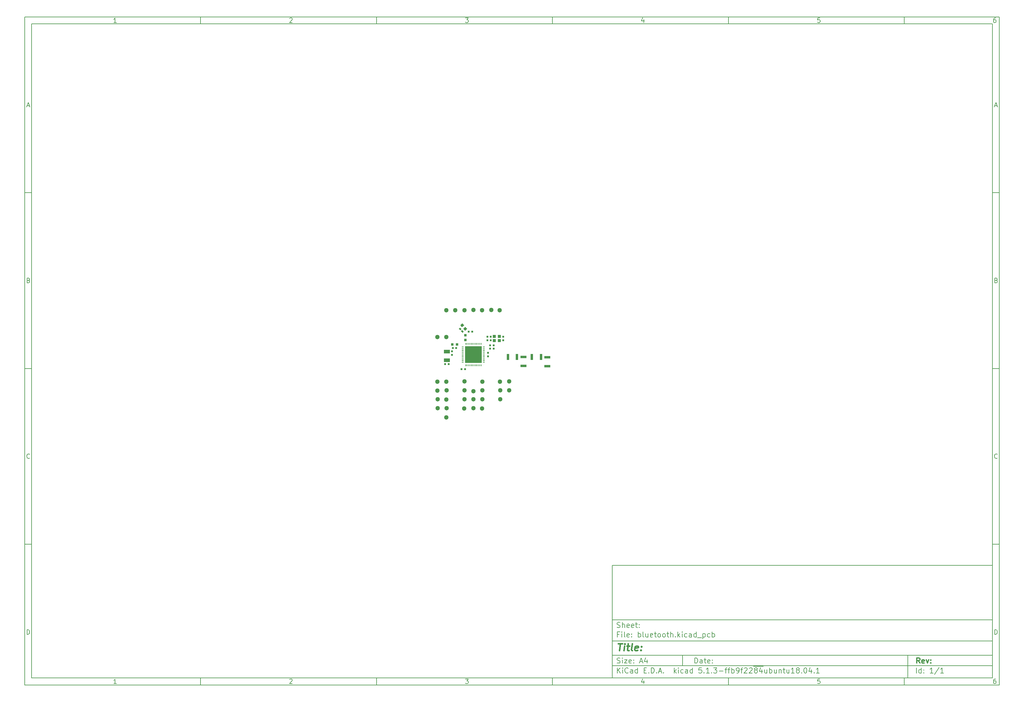
<source format=gbr>
%TF.GenerationSoftware,KiCad,Pcbnew,5.1.3-ffb9f22~84~ubuntu18.04.1*%
%TF.CreationDate,2019-07-25T20:39:45+03:00*%
%TF.ProjectId,bluetooth,626c7565-746f-46f7-9468-2e6b69636164,rev?*%
%TF.SameCoordinates,Original*%
%TF.FileFunction,Soldermask,Top*%
%TF.FilePolarity,Negative*%
%FSLAX45Y45*%
G04 Gerber Fmt 4.5, Leading zero omitted, Abs format (unit mm)*
G04 Created by KiCad (PCBNEW 5.1.3-ffb9f22~84~ubuntu18.04.1) date 2019-07-25 20:39:45*
%MOMM*%
%LPD*%
G04 APERTURE LIST*
%ADD10C,0.100000*%
%ADD11C,0.150000*%
%ADD12C,0.300000*%
%ADD13C,0.400000*%
%ADD14R,0.800000X1.750000*%
%ADD15R,1.750000X0.800000*%
%ADD16C,1.300000*%
%ADD17O,0.650000X0.200000*%
%ADD18O,0.200000X0.650000*%
%ADD19R,4.700000X4.700000*%
%ADD20R,0.600000X0.500000*%
%ADD21C,0.750000*%
%ADD22C,0.500000*%
%ADD23R,0.800000X0.750000*%
%ADD24R,0.500000X0.600000*%
%ADD25R,0.950000X0.850000*%
%ADD26R,0.750000X0.800000*%
%ADD27R,1.800000X1.000000*%
G04 APERTURE END LIST*
D10*
D11*
X17700220Y-16600720D02*
X17700220Y-19800720D01*
X28500220Y-19800720D01*
X28500220Y-16600720D01*
X17700220Y-16600720D01*
D10*
D11*
X1000000Y-1000000D02*
X1000000Y-20000720D01*
X28700220Y-20000720D01*
X28700220Y-1000000D01*
X1000000Y-1000000D01*
D10*
D11*
X1200000Y-1200000D02*
X1200000Y-19800720D01*
X28500220Y-19800720D01*
X28500220Y-1200000D01*
X1200000Y-1200000D01*
D10*
D11*
X6000000Y-1200000D02*
X6000000Y-1000000D01*
D10*
D11*
X11000000Y-1200000D02*
X11000000Y-1000000D01*
D10*
D11*
X16000000Y-1200000D02*
X16000000Y-1000000D01*
D10*
D11*
X21000000Y-1200000D02*
X21000000Y-1000000D01*
D10*
D11*
X26000000Y-1200000D02*
X26000000Y-1000000D01*
D10*
D11*
X3606548Y-1158810D02*
X3532262Y-1158810D01*
X3569405Y-1158810D02*
X3569405Y-1028809D01*
X3557024Y-1047381D01*
X3544643Y-1059762D01*
X3532262Y-1065952D01*
D10*
D11*
X8532262Y-1041190D02*
X8538452Y-1035000D01*
X8550833Y-1028809D01*
X8581786Y-1028809D01*
X8594167Y-1035000D01*
X8600357Y-1041190D01*
X8606548Y-1053571D01*
X8606548Y-1065952D01*
X8600357Y-1084524D01*
X8526071Y-1158810D01*
X8606548Y-1158810D01*
D10*
D11*
X13526071Y-1028809D02*
X13606548Y-1028809D01*
X13563214Y-1078333D01*
X13581786Y-1078333D01*
X13594167Y-1084524D01*
X13600357Y-1090714D01*
X13606548Y-1103095D01*
X13606548Y-1134048D01*
X13600357Y-1146429D01*
X13594167Y-1152619D01*
X13581786Y-1158810D01*
X13544643Y-1158810D01*
X13532262Y-1152619D01*
X13526071Y-1146429D01*
D10*
D11*
X18594167Y-1072143D02*
X18594167Y-1158810D01*
X18563214Y-1022619D02*
X18532262Y-1115476D01*
X18612738Y-1115476D01*
D10*
D11*
X23600357Y-1028809D02*
X23538452Y-1028809D01*
X23532262Y-1090714D01*
X23538452Y-1084524D01*
X23550833Y-1078333D01*
X23581786Y-1078333D01*
X23594167Y-1084524D01*
X23600357Y-1090714D01*
X23606548Y-1103095D01*
X23606548Y-1134048D01*
X23600357Y-1146429D01*
X23594167Y-1152619D01*
X23581786Y-1158810D01*
X23550833Y-1158810D01*
X23538452Y-1152619D01*
X23532262Y-1146429D01*
D10*
D11*
X28594167Y-1028809D02*
X28569405Y-1028809D01*
X28557024Y-1035000D01*
X28550833Y-1041190D01*
X28538452Y-1059762D01*
X28532262Y-1084524D01*
X28532262Y-1134048D01*
X28538452Y-1146429D01*
X28544643Y-1152619D01*
X28557024Y-1158810D01*
X28581786Y-1158810D01*
X28594167Y-1152619D01*
X28600357Y-1146429D01*
X28606548Y-1134048D01*
X28606548Y-1103095D01*
X28600357Y-1090714D01*
X28594167Y-1084524D01*
X28581786Y-1078333D01*
X28557024Y-1078333D01*
X28544643Y-1084524D01*
X28538452Y-1090714D01*
X28532262Y-1103095D01*
D10*
D11*
X6000000Y-19800720D02*
X6000000Y-20000720D01*
D10*
D11*
X11000000Y-19800720D02*
X11000000Y-20000720D01*
D10*
D11*
X16000000Y-19800720D02*
X16000000Y-20000720D01*
D10*
D11*
X21000000Y-19800720D02*
X21000000Y-20000720D01*
D10*
D11*
X26000000Y-19800720D02*
X26000000Y-20000720D01*
D10*
D11*
X3606548Y-19959530D02*
X3532262Y-19959530D01*
X3569405Y-19959530D02*
X3569405Y-19829530D01*
X3557024Y-19848101D01*
X3544643Y-19860482D01*
X3532262Y-19866672D01*
D10*
D11*
X8532262Y-19841910D02*
X8538452Y-19835720D01*
X8550833Y-19829530D01*
X8581786Y-19829530D01*
X8594167Y-19835720D01*
X8600357Y-19841910D01*
X8606548Y-19854291D01*
X8606548Y-19866672D01*
X8600357Y-19885244D01*
X8526071Y-19959530D01*
X8606548Y-19959530D01*
D10*
D11*
X13526071Y-19829530D02*
X13606548Y-19829530D01*
X13563214Y-19879053D01*
X13581786Y-19879053D01*
X13594167Y-19885244D01*
X13600357Y-19891434D01*
X13606548Y-19903815D01*
X13606548Y-19934768D01*
X13600357Y-19947149D01*
X13594167Y-19953339D01*
X13581786Y-19959530D01*
X13544643Y-19959530D01*
X13532262Y-19953339D01*
X13526071Y-19947149D01*
D10*
D11*
X18594167Y-19872863D02*
X18594167Y-19959530D01*
X18563214Y-19823339D02*
X18532262Y-19916196D01*
X18612738Y-19916196D01*
D10*
D11*
X23600357Y-19829530D02*
X23538452Y-19829530D01*
X23532262Y-19891434D01*
X23538452Y-19885244D01*
X23550833Y-19879053D01*
X23581786Y-19879053D01*
X23594167Y-19885244D01*
X23600357Y-19891434D01*
X23606548Y-19903815D01*
X23606548Y-19934768D01*
X23600357Y-19947149D01*
X23594167Y-19953339D01*
X23581786Y-19959530D01*
X23550833Y-19959530D01*
X23538452Y-19953339D01*
X23532262Y-19947149D01*
D10*
D11*
X28594167Y-19829530D02*
X28569405Y-19829530D01*
X28557024Y-19835720D01*
X28550833Y-19841910D01*
X28538452Y-19860482D01*
X28532262Y-19885244D01*
X28532262Y-19934768D01*
X28538452Y-19947149D01*
X28544643Y-19953339D01*
X28557024Y-19959530D01*
X28581786Y-19959530D01*
X28594167Y-19953339D01*
X28600357Y-19947149D01*
X28606548Y-19934768D01*
X28606548Y-19903815D01*
X28600357Y-19891434D01*
X28594167Y-19885244D01*
X28581786Y-19879053D01*
X28557024Y-19879053D01*
X28544643Y-19885244D01*
X28538452Y-19891434D01*
X28532262Y-19903815D01*
D10*
D11*
X1000000Y-6000000D02*
X1200000Y-6000000D01*
D10*
D11*
X1000000Y-11000000D02*
X1200000Y-11000000D01*
D10*
D11*
X1000000Y-16000000D02*
X1200000Y-16000000D01*
D10*
D11*
X1069048Y-3521667D02*
X1130952Y-3521667D01*
X1056667Y-3558809D02*
X1100000Y-3428809D01*
X1143333Y-3558809D01*
D10*
D11*
X1109286Y-8490714D02*
X1127857Y-8496905D01*
X1134048Y-8503095D01*
X1140238Y-8515476D01*
X1140238Y-8534048D01*
X1134048Y-8546429D01*
X1127857Y-8552619D01*
X1115476Y-8558810D01*
X1065952Y-8558810D01*
X1065952Y-8428810D01*
X1109286Y-8428810D01*
X1121667Y-8435000D01*
X1127857Y-8441190D01*
X1134048Y-8453571D01*
X1134048Y-8465952D01*
X1127857Y-8478333D01*
X1121667Y-8484524D01*
X1109286Y-8490714D01*
X1065952Y-8490714D01*
D10*
D11*
X1140238Y-13546428D02*
X1134048Y-13552619D01*
X1115476Y-13558809D01*
X1103095Y-13558809D01*
X1084524Y-13552619D01*
X1072143Y-13540238D01*
X1065952Y-13527857D01*
X1059762Y-13503095D01*
X1059762Y-13484524D01*
X1065952Y-13459762D01*
X1072143Y-13447381D01*
X1084524Y-13435000D01*
X1103095Y-13428809D01*
X1115476Y-13428809D01*
X1134048Y-13435000D01*
X1140238Y-13441190D01*
D10*
D11*
X1065952Y-18558810D02*
X1065952Y-18428810D01*
X1096905Y-18428810D01*
X1115476Y-18435000D01*
X1127857Y-18447381D01*
X1134048Y-18459762D01*
X1140238Y-18484524D01*
X1140238Y-18503095D01*
X1134048Y-18527857D01*
X1127857Y-18540238D01*
X1115476Y-18552619D01*
X1096905Y-18558810D01*
X1065952Y-18558810D01*
D10*
D11*
X28700220Y-6000000D02*
X28500220Y-6000000D01*
D10*
D11*
X28700220Y-11000000D02*
X28500220Y-11000000D01*
D10*
D11*
X28700220Y-16000000D02*
X28500220Y-16000000D01*
D10*
D11*
X28569268Y-3521667D02*
X28631172Y-3521667D01*
X28556887Y-3558809D02*
X28600220Y-3428809D01*
X28643553Y-3558809D01*
D10*
D11*
X28609506Y-8490714D02*
X28628077Y-8496905D01*
X28634268Y-8503095D01*
X28640458Y-8515476D01*
X28640458Y-8534048D01*
X28634268Y-8546429D01*
X28628077Y-8552619D01*
X28615696Y-8558810D01*
X28566172Y-8558810D01*
X28566172Y-8428810D01*
X28609506Y-8428810D01*
X28621887Y-8435000D01*
X28628077Y-8441190D01*
X28634268Y-8453571D01*
X28634268Y-8465952D01*
X28628077Y-8478333D01*
X28621887Y-8484524D01*
X28609506Y-8490714D01*
X28566172Y-8490714D01*
D10*
D11*
X28640458Y-13546428D02*
X28634268Y-13552619D01*
X28615696Y-13558809D01*
X28603315Y-13558809D01*
X28584744Y-13552619D01*
X28572363Y-13540238D01*
X28566172Y-13527857D01*
X28559982Y-13503095D01*
X28559982Y-13484524D01*
X28566172Y-13459762D01*
X28572363Y-13447381D01*
X28584744Y-13435000D01*
X28603315Y-13428809D01*
X28615696Y-13428809D01*
X28634268Y-13435000D01*
X28640458Y-13441190D01*
D10*
D11*
X28566172Y-18558810D02*
X28566172Y-18428810D01*
X28597125Y-18428810D01*
X28615696Y-18435000D01*
X28628077Y-18447381D01*
X28634268Y-18459762D01*
X28640458Y-18484524D01*
X28640458Y-18503095D01*
X28634268Y-18527857D01*
X28628077Y-18540238D01*
X28615696Y-18552619D01*
X28597125Y-18558810D01*
X28566172Y-18558810D01*
D10*
D11*
X20043434Y-19378577D02*
X20043434Y-19228577D01*
X20079149Y-19228577D01*
X20100577Y-19235720D01*
X20114863Y-19250006D01*
X20122006Y-19264291D01*
X20129149Y-19292863D01*
X20129149Y-19314291D01*
X20122006Y-19342863D01*
X20114863Y-19357149D01*
X20100577Y-19371434D01*
X20079149Y-19378577D01*
X20043434Y-19378577D01*
X20257720Y-19378577D02*
X20257720Y-19300006D01*
X20250577Y-19285720D01*
X20236291Y-19278577D01*
X20207720Y-19278577D01*
X20193434Y-19285720D01*
X20257720Y-19371434D02*
X20243434Y-19378577D01*
X20207720Y-19378577D01*
X20193434Y-19371434D01*
X20186291Y-19357149D01*
X20186291Y-19342863D01*
X20193434Y-19328577D01*
X20207720Y-19321434D01*
X20243434Y-19321434D01*
X20257720Y-19314291D01*
X20307720Y-19278577D02*
X20364863Y-19278577D01*
X20329149Y-19228577D02*
X20329149Y-19357149D01*
X20336291Y-19371434D01*
X20350577Y-19378577D01*
X20364863Y-19378577D01*
X20472006Y-19371434D02*
X20457720Y-19378577D01*
X20429149Y-19378577D01*
X20414863Y-19371434D01*
X20407720Y-19357149D01*
X20407720Y-19300006D01*
X20414863Y-19285720D01*
X20429149Y-19278577D01*
X20457720Y-19278577D01*
X20472006Y-19285720D01*
X20479149Y-19300006D01*
X20479149Y-19314291D01*
X20407720Y-19328577D01*
X20543434Y-19364291D02*
X20550577Y-19371434D01*
X20543434Y-19378577D01*
X20536291Y-19371434D01*
X20543434Y-19364291D01*
X20543434Y-19378577D01*
X20543434Y-19285720D02*
X20550577Y-19292863D01*
X20543434Y-19300006D01*
X20536291Y-19292863D01*
X20543434Y-19285720D01*
X20543434Y-19300006D01*
D10*
D11*
X17700220Y-19450720D02*
X28500220Y-19450720D01*
D10*
D11*
X17843434Y-19658577D02*
X17843434Y-19508577D01*
X17929149Y-19658577D02*
X17864863Y-19572863D01*
X17929149Y-19508577D02*
X17843434Y-19594291D01*
X17993434Y-19658577D02*
X17993434Y-19558577D01*
X17993434Y-19508577D02*
X17986291Y-19515720D01*
X17993434Y-19522863D01*
X18000577Y-19515720D01*
X17993434Y-19508577D01*
X17993434Y-19522863D01*
X18150577Y-19644291D02*
X18143434Y-19651434D01*
X18122006Y-19658577D01*
X18107720Y-19658577D01*
X18086291Y-19651434D01*
X18072006Y-19637149D01*
X18064863Y-19622863D01*
X18057720Y-19594291D01*
X18057720Y-19572863D01*
X18064863Y-19544291D01*
X18072006Y-19530006D01*
X18086291Y-19515720D01*
X18107720Y-19508577D01*
X18122006Y-19508577D01*
X18143434Y-19515720D01*
X18150577Y-19522863D01*
X18279149Y-19658577D02*
X18279149Y-19580006D01*
X18272006Y-19565720D01*
X18257720Y-19558577D01*
X18229149Y-19558577D01*
X18214863Y-19565720D01*
X18279149Y-19651434D02*
X18264863Y-19658577D01*
X18229149Y-19658577D01*
X18214863Y-19651434D01*
X18207720Y-19637149D01*
X18207720Y-19622863D01*
X18214863Y-19608577D01*
X18229149Y-19601434D01*
X18264863Y-19601434D01*
X18279149Y-19594291D01*
X18414863Y-19658577D02*
X18414863Y-19508577D01*
X18414863Y-19651434D02*
X18400577Y-19658577D01*
X18372006Y-19658577D01*
X18357720Y-19651434D01*
X18350577Y-19644291D01*
X18343434Y-19630006D01*
X18343434Y-19587149D01*
X18350577Y-19572863D01*
X18357720Y-19565720D01*
X18372006Y-19558577D01*
X18400577Y-19558577D01*
X18414863Y-19565720D01*
X18600577Y-19580006D02*
X18650577Y-19580006D01*
X18672006Y-19658577D02*
X18600577Y-19658577D01*
X18600577Y-19508577D01*
X18672006Y-19508577D01*
X18736291Y-19644291D02*
X18743434Y-19651434D01*
X18736291Y-19658577D01*
X18729149Y-19651434D01*
X18736291Y-19644291D01*
X18736291Y-19658577D01*
X18807720Y-19658577D02*
X18807720Y-19508577D01*
X18843434Y-19508577D01*
X18864863Y-19515720D01*
X18879149Y-19530006D01*
X18886291Y-19544291D01*
X18893434Y-19572863D01*
X18893434Y-19594291D01*
X18886291Y-19622863D01*
X18879149Y-19637149D01*
X18864863Y-19651434D01*
X18843434Y-19658577D01*
X18807720Y-19658577D01*
X18957720Y-19644291D02*
X18964863Y-19651434D01*
X18957720Y-19658577D01*
X18950577Y-19651434D01*
X18957720Y-19644291D01*
X18957720Y-19658577D01*
X19022006Y-19615720D02*
X19093434Y-19615720D01*
X19007720Y-19658577D02*
X19057720Y-19508577D01*
X19107720Y-19658577D01*
X19157720Y-19644291D02*
X19164863Y-19651434D01*
X19157720Y-19658577D01*
X19150577Y-19651434D01*
X19157720Y-19644291D01*
X19157720Y-19658577D01*
X19457720Y-19658577D02*
X19457720Y-19508577D01*
X19472006Y-19601434D02*
X19514863Y-19658577D01*
X19514863Y-19558577D02*
X19457720Y-19615720D01*
X19579149Y-19658577D02*
X19579149Y-19558577D01*
X19579149Y-19508577D02*
X19572006Y-19515720D01*
X19579149Y-19522863D01*
X19586291Y-19515720D01*
X19579149Y-19508577D01*
X19579149Y-19522863D01*
X19714863Y-19651434D02*
X19700577Y-19658577D01*
X19672006Y-19658577D01*
X19657720Y-19651434D01*
X19650577Y-19644291D01*
X19643434Y-19630006D01*
X19643434Y-19587149D01*
X19650577Y-19572863D01*
X19657720Y-19565720D01*
X19672006Y-19558577D01*
X19700577Y-19558577D01*
X19714863Y-19565720D01*
X19843434Y-19658577D02*
X19843434Y-19580006D01*
X19836291Y-19565720D01*
X19822006Y-19558577D01*
X19793434Y-19558577D01*
X19779149Y-19565720D01*
X19843434Y-19651434D02*
X19829149Y-19658577D01*
X19793434Y-19658577D01*
X19779149Y-19651434D01*
X19772006Y-19637149D01*
X19772006Y-19622863D01*
X19779149Y-19608577D01*
X19793434Y-19601434D01*
X19829149Y-19601434D01*
X19843434Y-19594291D01*
X19979149Y-19658577D02*
X19979149Y-19508577D01*
X19979149Y-19651434D02*
X19964863Y-19658577D01*
X19936291Y-19658577D01*
X19922006Y-19651434D01*
X19914863Y-19644291D01*
X19907720Y-19630006D01*
X19907720Y-19587149D01*
X19914863Y-19572863D01*
X19922006Y-19565720D01*
X19936291Y-19558577D01*
X19964863Y-19558577D01*
X19979149Y-19565720D01*
X20236291Y-19508577D02*
X20164863Y-19508577D01*
X20157720Y-19580006D01*
X20164863Y-19572863D01*
X20179149Y-19565720D01*
X20214863Y-19565720D01*
X20229149Y-19572863D01*
X20236291Y-19580006D01*
X20243434Y-19594291D01*
X20243434Y-19630006D01*
X20236291Y-19644291D01*
X20229149Y-19651434D01*
X20214863Y-19658577D01*
X20179149Y-19658577D01*
X20164863Y-19651434D01*
X20157720Y-19644291D01*
X20307720Y-19644291D02*
X20314863Y-19651434D01*
X20307720Y-19658577D01*
X20300577Y-19651434D01*
X20307720Y-19644291D01*
X20307720Y-19658577D01*
X20457720Y-19658577D02*
X20372006Y-19658577D01*
X20414863Y-19658577D02*
X20414863Y-19508577D01*
X20400577Y-19530006D01*
X20386291Y-19544291D01*
X20372006Y-19551434D01*
X20522006Y-19644291D02*
X20529149Y-19651434D01*
X20522006Y-19658577D01*
X20514863Y-19651434D01*
X20522006Y-19644291D01*
X20522006Y-19658577D01*
X20579149Y-19508577D02*
X20672006Y-19508577D01*
X20622006Y-19565720D01*
X20643434Y-19565720D01*
X20657720Y-19572863D01*
X20664863Y-19580006D01*
X20672006Y-19594291D01*
X20672006Y-19630006D01*
X20664863Y-19644291D01*
X20657720Y-19651434D01*
X20643434Y-19658577D01*
X20600577Y-19658577D01*
X20586291Y-19651434D01*
X20579149Y-19644291D01*
X20736291Y-19601434D02*
X20850577Y-19601434D01*
X20900577Y-19558577D02*
X20957720Y-19558577D01*
X20922006Y-19658577D02*
X20922006Y-19530006D01*
X20929149Y-19515720D01*
X20943434Y-19508577D01*
X20957720Y-19508577D01*
X20986291Y-19558577D02*
X21043434Y-19558577D01*
X21007720Y-19658577D02*
X21007720Y-19530006D01*
X21014863Y-19515720D01*
X21029149Y-19508577D01*
X21043434Y-19508577D01*
X21093434Y-19658577D02*
X21093434Y-19508577D01*
X21093434Y-19565720D02*
X21107720Y-19558577D01*
X21136291Y-19558577D01*
X21150577Y-19565720D01*
X21157720Y-19572863D01*
X21164863Y-19587149D01*
X21164863Y-19630006D01*
X21157720Y-19644291D01*
X21150577Y-19651434D01*
X21136291Y-19658577D01*
X21107720Y-19658577D01*
X21093434Y-19651434D01*
X21236291Y-19658577D02*
X21264863Y-19658577D01*
X21279149Y-19651434D01*
X21286291Y-19644291D01*
X21300577Y-19622863D01*
X21307720Y-19594291D01*
X21307720Y-19537149D01*
X21300577Y-19522863D01*
X21293434Y-19515720D01*
X21279149Y-19508577D01*
X21250577Y-19508577D01*
X21236291Y-19515720D01*
X21229149Y-19522863D01*
X21222006Y-19537149D01*
X21222006Y-19572863D01*
X21229149Y-19587149D01*
X21236291Y-19594291D01*
X21250577Y-19601434D01*
X21279149Y-19601434D01*
X21293434Y-19594291D01*
X21300577Y-19587149D01*
X21307720Y-19572863D01*
X21350577Y-19558577D02*
X21407720Y-19558577D01*
X21372006Y-19658577D02*
X21372006Y-19530006D01*
X21379149Y-19515720D01*
X21393434Y-19508577D01*
X21407720Y-19508577D01*
X21450577Y-19522863D02*
X21457720Y-19515720D01*
X21472006Y-19508577D01*
X21507720Y-19508577D01*
X21522006Y-19515720D01*
X21529149Y-19522863D01*
X21536291Y-19537149D01*
X21536291Y-19551434D01*
X21529149Y-19572863D01*
X21443434Y-19658577D01*
X21536291Y-19658577D01*
X21593434Y-19522863D02*
X21600577Y-19515720D01*
X21614863Y-19508577D01*
X21650577Y-19508577D01*
X21664863Y-19515720D01*
X21672006Y-19522863D01*
X21679149Y-19537149D01*
X21679149Y-19551434D01*
X21672006Y-19572863D01*
X21586291Y-19658577D01*
X21679149Y-19658577D01*
X21707720Y-19467720D02*
X21850577Y-19467720D01*
X21764863Y-19572863D02*
X21750577Y-19565720D01*
X21743434Y-19558577D01*
X21736291Y-19544291D01*
X21736291Y-19537149D01*
X21743434Y-19522863D01*
X21750577Y-19515720D01*
X21764863Y-19508577D01*
X21793434Y-19508577D01*
X21807720Y-19515720D01*
X21814863Y-19522863D01*
X21822006Y-19537149D01*
X21822006Y-19544291D01*
X21814863Y-19558577D01*
X21807720Y-19565720D01*
X21793434Y-19572863D01*
X21764863Y-19572863D01*
X21750577Y-19580006D01*
X21743434Y-19587149D01*
X21736291Y-19601434D01*
X21736291Y-19630006D01*
X21743434Y-19644291D01*
X21750577Y-19651434D01*
X21764863Y-19658577D01*
X21793434Y-19658577D01*
X21807720Y-19651434D01*
X21814863Y-19644291D01*
X21822006Y-19630006D01*
X21822006Y-19601434D01*
X21814863Y-19587149D01*
X21807720Y-19580006D01*
X21793434Y-19572863D01*
X21850577Y-19467720D02*
X21993434Y-19467720D01*
X21950577Y-19558577D02*
X21950577Y-19658577D01*
X21914863Y-19501434D02*
X21879149Y-19608577D01*
X21972006Y-19608577D01*
X22093434Y-19558577D02*
X22093434Y-19658577D01*
X22029149Y-19558577D02*
X22029149Y-19637149D01*
X22036291Y-19651434D01*
X22050577Y-19658577D01*
X22072006Y-19658577D01*
X22086291Y-19651434D01*
X22093434Y-19644291D01*
X22164863Y-19658577D02*
X22164863Y-19508577D01*
X22164863Y-19565720D02*
X22179149Y-19558577D01*
X22207720Y-19558577D01*
X22222006Y-19565720D01*
X22229149Y-19572863D01*
X22236291Y-19587149D01*
X22236291Y-19630006D01*
X22229149Y-19644291D01*
X22222006Y-19651434D01*
X22207720Y-19658577D01*
X22179149Y-19658577D01*
X22164863Y-19651434D01*
X22364863Y-19558577D02*
X22364863Y-19658577D01*
X22300577Y-19558577D02*
X22300577Y-19637149D01*
X22307720Y-19651434D01*
X22322006Y-19658577D01*
X22343434Y-19658577D01*
X22357720Y-19651434D01*
X22364863Y-19644291D01*
X22436291Y-19558577D02*
X22436291Y-19658577D01*
X22436291Y-19572863D02*
X22443434Y-19565720D01*
X22457720Y-19558577D01*
X22479148Y-19558577D01*
X22493434Y-19565720D01*
X22500577Y-19580006D01*
X22500577Y-19658577D01*
X22550577Y-19558577D02*
X22607720Y-19558577D01*
X22572006Y-19508577D02*
X22572006Y-19637149D01*
X22579148Y-19651434D01*
X22593434Y-19658577D01*
X22607720Y-19658577D01*
X22722006Y-19558577D02*
X22722006Y-19658577D01*
X22657720Y-19558577D02*
X22657720Y-19637149D01*
X22664863Y-19651434D01*
X22679148Y-19658577D01*
X22700577Y-19658577D01*
X22714863Y-19651434D01*
X22722006Y-19644291D01*
X22872006Y-19658577D02*
X22786291Y-19658577D01*
X22829148Y-19658577D02*
X22829148Y-19508577D01*
X22814863Y-19530006D01*
X22800577Y-19544291D01*
X22786291Y-19551434D01*
X22957720Y-19572863D02*
X22943434Y-19565720D01*
X22936291Y-19558577D01*
X22929148Y-19544291D01*
X22929148Y-19537149D01*
X22936291Y-19522863D01*
X22943434Y-19515720D01*
X22957720Y-19508577D01*
X22986291Y-19508577D01*
X23000577Y-19515720D01*
X23007720Y-19522863D01*
X23014863Y-19537149D01*
X23014863Y-19544291D01*
X23007720Y-19558577D01*
X23000577Y-19565720D01*
X22986291Y-19572863D01*
X22957720Y-19572863D01*
X22943434Y-19580006D01*
X22936291Y-19587149D01*
X22929148Y-19601434D01*
X22929148Y-19630006D01*
X22936291Y-19644291D01*
X22943434Y-19651434D01*
X22957720Y-19658577D01*
X22986291Y-19658577D01*
X23000577Y-19651434D01*
X23007720Y-19644291D01*
X23014863Y-19630006D01*
X23014863Y-19601434D01*
X23007720Y-19587149D01*
X23000577Y-19580006D01*
X22986291Y-19572863D01*
X23079148Y-19644291D02*
X23086291Y-19651434D01*
X23079148Y-19658577D01*
X23072006Y-19651434D01*
X23079148Y-19644291D01*
X23079148Y-19658577D01*
X23179148Y-19508577D02*
X23193434Y-19508577D01*
X23207720Y-19515720D01*
X23214863Y-19522863D01*
X23222006Y-19537149D01*
X23229148Y-19565720D01*
X23229148Y-19601434D01*
X23222006Y-19630006D01*
X23214863Y-19644291D01*
X23207720Y-19651434D01*
X23193434Y-19658577D01*
X23179148Y-19658577D01*
X23164863Y-19651434D01*
X23157720Y-19644291D01*
X23150577Y-19630006D01*
X23143434Y-19601434D01*
X23143434Y-19565720D01*
X23150577Y-19537149D01*
X23157720Y-19522863D01*
X23164863Y-19515720D01*
X23179148Y-19508577D01*
X23357720Y-19558577D02*
X23357720Y-19658577D01*
X23322006Y-19501434D02*
X23286291Y-19608577D01*
X23379148Y-19608577D01*
X23436291Y-19644291D02*
X23443434Y-19651434D01*
X23436291Y-19658577D01*
X23429148Y-19651434D01*
X23436291Y-19644291D01*
X23436291Y-19658577D01*
X23586291Y-19658577D02*
X23500577Y-19658577D01*
X23543434Y-19658577D02*
X23543434Y-19508577D01*
X23529148Y-19530006D01*
X23514863Y-19544291D01*
X23500577Y-19551434D01*
D10*
D11*
X17700220Y-19150720D02*
X28500220Y-19150720D01*
D10*
D12*
X26441148Y-19378577D02*
X26391148Y-19307149D01*
X26355434Y-19378577D02*
X26355434Y-19228577D01*
X26412577Y-19228577D01*
X26426863Y-19235720D01*
X26434006Y-19242863D01*
X26441148Y-19257149D01*
X26441148Y-19278577D01*
X26434006Y-19292863D01*
X26426863Y-19300006D01*
X26412577Y-19307149D01*
X26355434Y-19307149D01*
X26562577Y-19371434D02*
X26548291Y-19378577D01*
X26519720Y-19378577D01*
X26505434Y-19371434D01*
X26498291Y-19357149D01*
X26498291Y-19300006D01*
X26505434Y-19285720D01*
X26519720Y-19278577D01*
X26548291Y-19278577D01*
X26562577Y-19285720D01*
X26569720Y-19300006D01*
X26569720Y-19314291D01*
X26498291Y-19328577D01*
X26619720Y-19278577D02*
X26655434Y-19378577D01*
X26691148Y-19278577D01*
X26748291Y-19364291D02*
X26755434Y-19371434D01*
X26748291Y-19378577D01*
X26741148Y-19371434D01*
X26748291Y-19364291D01*
X26748291Y-19378577D01*
X26748291Y-19285720D02*
X26755434Y-19292863D01*
X26748291Y-19300006D01*
X26741148Y-19292863D01*
X26748291Y-19285720D01*
X26748291Y-19300006D01*
D10*
D11*
X17836291Y-19371434D02*
X17857720Y-19378577D01*
X17893434Y-19378577D01*
X17907720Y-19371434D01*
X17914863Y-19364291D01*
X17922006Y-19350006D01*
X17922006Y-19335720D01*
X17914863Y-19321434D01*
X17907720Y-19314291D01*
X17893434Y-19307149D01*
X17864863Y-19300006D01*
X17850577Y-19292863D01*
X17843434Y-19285720D01*
X17836291Y-19271434D01*
X17836291Y-19257149D01*
X17843434Y-19242863D01*
X17850577Y-19235720D01*
X17864863Y-19228577D01*
X17900577Y-19228577D01*
X17922006Y-19235720D01*
X17986291Y-19378577D02*
X17986291Y-19278577D01*
X17986291Y-19228577D02*
X17979149Y-19235720D01*
X17986291Y-19242863D01*
X17993434Y-19235720D01*
X17986291Y-19228577D01*
X17986291Y-19242863D01*
X18043434Y-19278577D02*
X18122006Y-19278577D01*
X18043434Y-19378577D01*
X18122006Y-19378577D01*
X18236291Y-19371434D02*
X18222006Y-19378577D01*
X18193434Y-19378577D01*
X18179149Y-19371434D01*
X18172006Y-19357149D01*
X18172006Y-19300006D01*
X18179149Y-19285720D01*
X18193434Y-19278577D01*
X18222006Y-19278577D01*
X18236291Y-19285720D01*
X18243434Y-19300006D01*
X18243434Y-19314291D01*
X18172006Y-19328577D01*
X18307720Y-19364291D02*
X18314863Y-19371434D01*
X18307720Y-19378577D01*
X18300577Y-19371434D01*
X18307720Y-19364291D01*
X18307720Y-19378577D01*
X18307720Y-19285720D02*
X18314863Y-19292863D01*
X18307720Y-19300006D01*
X18300577Y-19292863D01*
X18307720Y-19285720D01*
X18307720Y-19300006D01*
X18486291Y-19335720D02*
X18557720Y-19335720D01*
X18472006Y-19378577D02*
X18522006Y-19228577D01*
X18572006Y-19378577D01*
X18686291Y-19278577D02*
X18686291Y-19378577D01*
X18650577Y-19221434D02*
X18614863Y-19328577D01*
X18707720Y-19328577D01*
D10*
D11*
X26343434Y-19658577D02*
X26343434Y-19508577D01*
X26479148Y-19658577D02*
X26479148Y-19508577D01*
X26479148Y-19651434D02*
X26464863Y-19658577D01*
X26436291Y-19658577D01*
X26422006Y-19651434D01*
X26414863Y-19644291D01*
X26407720Y-19630006D01*
X26407720Y-19587149D01*
X26414863Y-19572863D01*
X26422006Y-19565720D01*
X26436291Y-19558577D01*
X26464863Y-19558577D01*
X26479148Y-19565720D01*
X26550577Y-19644291D02*
X26557720Y-19651434D01*
X26550577Y-19658577D01*
X26543434Y-19651434D01*
X26550577Y-19644291D01*
X26550577Y-19658577D01*
X26550577Y-19565720D02*
X26557720Y-19572863D01*
X26550577Y-19580006D01*
X26543434Y-19572863D01*
X26550577Y-19565720D01*
X26550577Y-19580006D01*
X26814863Y-19658577D02*
X26729148Y-19658577D01*
X26772006Y-19658577D02*
X26772006Y-19508577D01*
X26757720Y-19530006D01*
X26743434Y-19544291D01*
X26729148Y-19551434D01*
X26986291Y-19501434D02*
X26857720Y-19694291D01*
X27114863Y-19658577D02*
X27029148Y-19658577D01*
X27072006Y-19658577D02*
X27072006Y-19508577D01*
X27057720Y-19530006D01*
X27043434Y-19544291D01*
X27029148Y-19551434D01*
D10*
D11*
X17700220Y-18750720D02*
X28500220Y-18750720D01*
D10*
D13*
X17871458Y-18821196D02*
X17985744Y-18821196D01*
X17903601Y-19021196D02*
X17928601Y-18821196D01*
X18027410Y-19021196D02*
X18044077Y-18887863D01*
X18052410Y-18821196D02*
X18041696Y-18830720D01*
X18050030Y-18840244D01*
X18060744Y-18830720D01*
X18052410Y-18821196D01*
X18050030Y-18840244D01*
X18110744Y-18887863D02*
X18186934Y-18887863D01*
X18147649Y-18821196D02*
X18126220Y-18992625D01*
X18133363Y-19011672D01*
X18151220Y-19021196D01*
X18170268Y-19021196D01*
X18265506Y-19021196D02*
X18247649Y-19011672D01*
X18240506Y-18992625D01*
X18261934Y-18821196D01*
X18419077Y-19011672D02*
X18398839Y-19021196D01*
X18360744Y-19021196D01*
X18342887Y-19011672D01*
X18335744Y-18992625D01*
X18345268Y-18916434D01*
X18357172Y-18897387D01*
X18377410Y-18887863D01*
X18415506Y-18887863D01*
X18433363Y-18897387D01*
X18440506Y-18916434D01*
X18438125Y-18935482D01*
X18340506Y-18954530D01*
X18515506Y-19002149D02*
X18523839Y-19011672D01*
X18513125Y-19021196D01*
X18504791Y-19011672D01*
X18515506Y-19002149D01*
X18513125Y-19021196D01*
X18528601Y-18897387D02*
X18536934Y-18906910D01*
X18526220Y-18916434D01*
X18517887Y-18906910D01*
X18528601Y-18897387D01*
X18526220Y-18916434D01*
D10*
D11*
X17893434Y-18560006D02*
X17843434Y-18560006D01*
X17843434Y-18638577D02*
X17843434Y-18488577D01*
X17914863Y-18488577D01*
X17972006Y-18638577D02*
X17972006Y-18538577D01*
X17972006Y-18488577D02*
X17964863Y-18495720D01*
X17972006Y-18502863D01*
X17979149Y-18495720D01*
X17972006Y-18488577D01*
X17972006Y-18502863D01*
X18064863Y-18638577D02*
X18050577Y-18631434D01*
X18043434Y-18617149D01*
X18043434Y-18488577D01*
X18179149Y-18631434D02*
X18164863Y-18638577D01*
X18136291Y-18638577D01*
X18122006Y-18631434D01*
X18114863Y-18617149D01*
X18114863Y-18560006D01*
X18122006Y-18545720D01*
X18136291Y-18538577D01*
X18164863Y-18538577D01*
X18179149Y-18545720D01*
X18186291Y-18560006D01*
X18186291Y-18574291D01*
X18114863Y-18588577D01*
X18250577Y-18624291D02*
X18257720Y-18631434D01*
X18250577Y-18638577D01*
X18243434Y-18631434D01*
X18250577Y-18624291D01*
X18250577Y-18638577D01*
X18250577Y-18545720D02*
X18257720Y-18552863D01*
X18250577Y-18560006D01*
X18243434Y-18552863D01*
X18250577Y-18545720D01*
X18250577Y-18560006D01*
X18436291Y-18638577D02*
X18436291Y-18488577D01*
X18436291Y-18545720D02*
X18450577Y-18538577D01*
X18479149Y-18538577D01*
X18493434Y-18545720D01*
X18500577Y-18552863D01*
X18507720Y-18567149D01*
X18507720Y-18610006D01*
X18500577Y-18624291D01*
X18493434Y-18631434D01*
X18479149Y-18638577D01*
X18450577Y-18638577D01*
X18436291Y-18631434D01*
X18593434Y-18638577D02*
X18579149Y-18631434D01*
X18572006Y-18617149D01*
X18572006Y-18488577D01*
X18714863Y-18538577D02*
X18714863Y-18638577D01*
X18650577Y-18538577D02*
X18650577Y-18617149D01*
X18657720Y-18631434D01*
X18672006Y-18638577D01*
X18693434Y-18638577D01*
X18707720Y-18631434D01*
X18714863Y-18624291D01*
X18843434Y-18631434D02*
X18829149Y-18638577D01*
X18800577Y-18638577D01*
X18786291Y-18631434D01*
X18779149Y-18617149D01*
X18779149Y-18560006D01*
X18786291Y-18545720D01*
X18800577Y-18538577D01*
X18829149Y-18538577D01*
X18843434Y-18545720D01*
X18850577Y-18560006D01*
X18850577Y-18574291D01*
X18779149Y-18588577D01*
X18893434Y-18538577D02*
X18950577Y-18538577D01*
X18914863Y-18488577D02*
X18914863Y-18617149D01*
X18922006Y-18631434D01*
X18936291Y-18638577D01*
X18950577Y-18638577D01*
X19022006Y-18638577D02*
X19007720Y-18631434D01*
X19000577Y-18624291D01*
X18993434Y-18610006D01*
X18993434Y-18567149D01*
X19000577Y-18552863D01*
X19007720Y-18545720D01*
X19022006Y-18538577D01*
X19043434Y-18538577D01*
X19057720Y-18545720D01*
X19064863Y-18552863D01*
X19072006Y-18567149D01*
X19072006Y-18610006D01*
X19064863Y-18624291D01*
X19057720Y-18631434D01*
X19043434Y-18638577D01*
X19022006Y-18638577D01*
X19157720Y-18638577D02*
X19143434Y-18631434D01*
X19136291Y-18624291D01*
X19129149Y-18610006D01*
X19129149Y-18567149D01*
X19136291Y-18552863D01*
X19143434Y-18545720D01*
X19157720Y-18538577D01*
X19179149Y-18538577D01*
X19193434Y-18545720D01*
X19200577Y-18552863D01*
X19207720Y-18567149D01*
X19207720Y-18610006D01*
X19200577Y-18624291D01*
X19193434Y-18631434D01*
X19179149Y-18638577D01*
X19157720Y-18638577D01*
X19250577Y-18538577D02*
X19307720Y-18538577D01*
X19272006Y-18488577D02*
X19272006Y-18617149D01*
X19279149Y-18631434D01*
X19293434Y-18638577D01*
X19307720Y-18638577D01*
X19357720Y-18638577D02*
X19357720Y-18488577D01*
X19422006Y-18638577D02*
X19422006Y-18560006D01*
X19414863Y-18545720D01*
X19400577Y-18538577D01*
X19379149Y-18538577D01*
X19364863Y-18545720D01*
X19357720Y-18552863D01*
X19493434Y-18624291D02*
X19500577Y-18631434D01*
X19493434Y-18638577D01*
X19486291Y-18631434D01*
X19493434Y-18624291D01*
X19493434Y-18638577D01*
X19564863Y-18638577D02*
X19564863Y-18488577D01*
X19579149Y-18581434D02*
X19622006Y-18638577D01*
X19622006Y-18538577D02*
X19564863Y-18595720D01*
X19686291Y-18638577D02*
X19686291Y-18538577D01*
X19686291Y-18488577D02*
X19679149Y-18495720D01*
X19686291Y-18502863D01*
X19693434Y-18495720D01*
X19686291Y-18488577D01*
X19686291Y-18502863D01*
X19822006Y-18631434D02*
X19807720Y-18638577D01*
X19779149Y-18638577D01*
X19764863Y-18631434D01*
X19757720Y-18624291D01*
X19750577Y-18610006D01*
X19750577Y-18567149D01*
X19757720Y-18552863D01*
X19764863Y-18545720D01*
X19779149Y-18538577D01*
X19807720Y-18538577D01*
X19822006Y-18545720D01*
X19950577Y-18638577D02*
X19950577Y-18560006D01*
X19943434Y-18545720D01*
X19929149Y-18538577D01*
X19900577Y-18538577D01*
X19886291Y-18545720D01*
X19950577Y-18631434D02*
X19936291Y-18638577D01*
X19900577Y-18638577D01*
X19886291Y-18631434D01*
X19879149Y-18617149D01*
X19879149Y-18602863D01*
X19886291Y-18588577D01*
X19900577Y-18581434D01*
X19936291Y-18581434D01*
X19950577Y-18574291D01*
X20086291Y-18638577D02*
X20086291Y-18488577D01*
X20086291Y-18631434D02*
X20072006Y-18638577D01*
X20043434Y-18638577D01*
X20029149Y-18631434D01*
X20022006Y-18624291D01*
X20014863Y-18610006D01*
X20014863Y-18567149D01*
X20022006Y-18552863D01*
X20029149Y-18545720D01*
X20043434Y-18538577D01*
X20072006Y-18538577D01*
X20086291Y-18545720D01*
X20122006Y-18652863D02*
X20236291Y-18652863D01*
X20272006Y-18538577D02*
X20272006Y-18688577D01*
X20272006Y-18545720D02*
X20286291Y-18538577D01*
X20314863Y-18538577D01*
X20329149Y-18545720D01*
X20336291Y-18552863D01*
X20343434Y-18567149D01*
X20343434Y-18610006D01*
X20336291Y-18624291D01*
X20329149Y-18631434D01*
X20314863Y-18638577D01*
X20286291Y-18638577D01*
X20272006Y-18631434D01*
X20472006Y-18631434D02*
X20457720Y-18638577D01*
X20429149Y-18638577D01*
X20414863Y-18631434D01*
X20407720Y-18624291D01*
X20400577Y-18610006D01*
X20400577Y-18567149D01*
X20407720Y-18552863D01*
X20414863Y-18545720D01*
X20429149Y-18538577D01*
X20457720Y-18538577D01*
X20472006Y-18545720D01*
X20536291Y-18638577D02*
X20536291Y-18488577D01*
X20536291Y-18545720D02*
X20550577Y-18538577D01*
X20579149Y-18538577D01*
X20593434Y-18545720D01*
X20600577Y-18552863D01*
X20607720Y-18567149D01*
X20607720Y-18610006D01*
X20600577Y-18624291D01*
X20593434Y-18631434D01*
X20579149Y-18638577D01*
X20550577Y-18638577D01*
X20536291Y-18631434D01*
D10*
D11*
X17700220Y-18150720D02*
X28500220Y-18150720D01*
D10*
D11*
X17836291Y-18361434D02*
X17857720Y-18368577D01*
X17893434Y-18368577D01*
X17907720Y-18361434D01*
X17914863Y-18354291D01*
X17922006Y-18340006D01*
X17922006Y-18325720D01*
X17914863Y-18311434D01*
X17907720Y-18304291D01*
X17893434Y-18297149D01*
X17864863Y-18290006D01*
X17850577Y-18282863D01*
X17843434Y-18275720D01*
X17836291Y-18261434D01*
X17836291Y-18247149D01*
X17843434Y-18232863D01*
X17850577Y-18225720D01*
X17864863Y-18218577D01*
X17900577Y-18218577D01*
X17922006Y-18225720D01*
X17986291Y-18368577D02*
X17986291Y-18218577D01*
X18050577Y-18368577D02*
X18050577Y-18290006D01*
X18043434Y-18275720D01*
X18029149Y-18268577D01*
X18007720Y-18268577D01*
X17993434Y-18275720D01*
X17986291Y-18282863D01*
X18179149Y-18361434D02*
X18164863Y-18368577D01*
X18136291Y-18368577D01*
X18122006Y-18361434D01*
X18114863Y-18347149D01*
X18114863Y-18290006D01*
X18122006Y-18275720D01*
X18136291Y-18268577D01*
X18164863Y-18268577D01*
X18179149Y-18275720D01*
X18186291Y-18290006D01*
X18186291Y-18304291D01*
X18114863Y-18318577D01*
X18307720Y-18361434D02*
X18293434Y-18368577D01*
X18264863Y-18368577D01*
X18250577Y-18361434D01*
X18243434Y-18347149D01*
X18243434Y-18290006D01*
X18250577Y-18275720D01*
X18264863Y-18268577D01*
X18293434Y-18268577D01*
X18307720Y-18275720D01*
X18314863Y-18290006D01*
X18314863Y-18304291D01*
X18243434Y-18318577D01*
X18357720Y-18268577D02*
X18414863Y-18268577D01*
X18379149Y-18218577D02*
X18379149Y-18347149D01*
X18386291Y-18361434D01*
X18400577Y-18368577D01*
X18414863Y-18368577D01*
X18464863Y-18354291D02*
X18472006Y-18361434D01*
X18464863Y-18368577D01*
X18457720Y-18361434D01*
X18464863Y-18354291D01*
X18464863Y-18368577D01*
X18464863Y-18275720D02*
X18472006Y-18282863D01*
X18464863Y-18290006D01*
X18457720Y-18282863D01*
X18464863Y-18275720D01*
X18464863Y-18290006D01*
D10*
D11*
X19700220Y-19150720D02*
X19700220Y-19450720D01*
D10*
D11*
X26100220Y-19150720D02*
X26100220Y-19800720D01*
D14*
%TO.C,Cap_2*%
X14992000Y-10667000D03*
X14737000Y-10667000D03*
%TD*%
D15*
%TO.C,Cap_4*%
X15851000Y-10682500D03*
X15851000Y-10937500D03*
%TD*%
D14*
%TO.C,Cap_1*%
X15416000Y-10669000D03*
X15671000Y-10669000D03*
%TD*%
D15*
%TO.C,Cap_3*%
X15176000Y-10672000D03*
X15176000Y-10927000D03*
%TD*%
D16*
%TO.C,U102*%
X14004000Y-11371000D03*
%TD*%
%TO.C,U26*%
X12728000Y-10101000D03*
%TD*%
%TO.C,U8*%
X12982000Y-10101000D03*
%TD*%
D17*
%TO.C,U1*%
X13447094Y-10384838D03*
X13447094Y-10424838D03*
X13447094Y-10464838D03*
X13447094Y-10504838D03*
X13447094Y-10544838D03*
X13447094Y-10584838D03*
X13447094Y-10624838D03*
X13447094Y-10664838D03*
X13447094Y-10704838D03*
X13447094Y-10744838D03*
X13447094Y-10784838D03*
X13447094Y-10824838D03*
D18*
X13529593Y-10907338D03*
X13569593Y-10907338D03*
X13609594Y-10907338D03*
X13649593Y-10907338D03*
X13689593Y-10907338D03*
X13729594Y-10907338D03*
X13769594Y-10907338D03*
X13809594Y-10907338D03*
X13849594Y-10907338D03*
X13889594Y-10907338D03*
X13929594Y-10907338D03*
X13969594Y-10907338D03*
D17*
X14052094Y-10824838D03*
X14052094Y-10784838D03*
X14052094Y-10744838D03*
X14052094Y-10704838D03*
X14052094Y-10664838D03*
X14052094Y-10624838D03*
X14052094Y-10584838D03*
X14052094Y-10544838D03*
X14052094Y-10504838D03*
X14052094Y-10464838D03*
X14052094Y-10424838D03*
X14052094Y-10384838D03*
D18*
X13969594Y-10302338D03*
X13929593Y-10302338D03*
X13889594Y-10302338D03*
X13849594Y-10302338D03*
X13809593Y-10302338D03*
X13769594Y-10302338D03*
X13729593Y-10302338D03*
X13689593Y-10302338D03*
X13649593Y-10302338D03*
X13609593Y-10302338D03*
X13569593Y-10302338D03*
X13529593Y-10302338D03*
D19*
X13749594Y-10604838D03*
%TD*%
D16*
%TO.C,U33*%
X12982000Y-11371000D03*
%TD*%
%TO.C,U31*%
X13490000Y-12133000D03*
%TD*%
%TO.C,U25*%
X12734000Y-11874000D03*
%TD*%
%TO.C,U20*%
X13750000Y-11874000D03*
%TD*%
%TO.C,U19*%
X14506000Y-11371000D03*
%TD*%
D20*
%TO.C,C12*%
X13052833Y-10874078D03*
X12952833Y-10874078D03*
%TD*%
D21*
%TO.C,C10*%
X13518734Y-9873718D03*
D10*
G36*
X13512197Y-9928156D02*
G01*
X13463988Y-9870703D01*
X13525271Y-9819280D01*
X13573480Y-9876733D01*
X13512197Y-9928156D01*
X13512197Y-9928156D01*
G37*
D21*
X13431957Y-9770302D03*
D10*
G36*
X13425420Y-9824740D02*
G01*
X13377211Y-9767287D01*
X13438494Y-9715864D01*
X13486703Y-9773317D01*
X13425420Y-9824740D01*
X13425420Y-9824740D01*
G37*
%TD*%
D22*
%TO.C,L3*%
X13437298Y-9944757D03*
D10*
G36*
X13439037Y-9985723D02*
G01*
X13397256Y-9935930D01*
X13435558Y-9903791D01*
X13477340Y-9953584D01*
X13439037Y-9985723D01*
X13439037Y-9985723D01*
G37*
D22*
X13376233Y-9871983D03*
D10*
G36*
X13377972Y-9912949D02*
G01*
X13336191Y-9863156D01*
X13374493Y-9831017D01*
X13416275Y-9880810D01*
X13377972Y-9912949D01*
X13377972Y-9912949D01*
G37*
%TD*%
D23*
%TO.C,L2*%
X13523534Y-10049142D03*
X13523534Y-10184142D03*
%TD*%
D20*
%TO.C,C4*%
X13266193Y-10416878D03*
X13166193Y-10416878D03*
%TD*%
%TO.C,C5*%
X13515113Y-11013778D03*
X13415113Y-11013778D03*
%TD*%
%TO.C,C7*%
X14227914Y-10343218D03*
X14327914Y-10343218D03*
%TD*%
D24*
%TO.C,C1*%
X14597937Y-10095080D03*
X14597937Y-10195080D03*
%TD*%
D25*
%TO.C,X1*%
X14347637Y-10202580D03*
X14347637Y-10087580D03*
X14492637Y-10087580D03*
X14492637Y-10202580D03*
%TD*%
D24*
%TO.C,C8*%
X14153437Y-10195080D03*
X14153437Y-10095080D03*
%TD*%
D26*
%TO.C,C9*%
X13148694Y-10312738D03*
X13283694Y-10312738D03*
%TD*%
D20*
%TO.C,C6*%
X14327913Y-10432118D03*
X14227913Y-10432118D03*
%TD*%
D24*
%TO.C,C2*%
X14242337Y-10195080D03*
X14242337Y-10095080D03*
%TD*%
%TO.C,C3*%
X14168694Y-10554838D03*
X14168694Y-10654838D03*
%TD*%
D27*
%TO.C,X2*%
X13002834Y-10767938D03*
X13002834Y-10517939D03*
%TD*%
D24*
%TO.C,C11*%
X13145074Y-10509118D03*
X13145074Y-10609118D03*
%TD*%
D20*
%TO.C,C13*%
X13618314Y-9946978D03*
X13718314Y-9946978D03*
%TD*%
D16*
%TO.C,U32*%
X12728000Y-11625000D03*
%TD*%
%TO.C,U30*%
X12982000Y-11879000D03*
%TD*%
%TO.C,U29*%
X12728000Y-11371000D03*
%TD*%
%TO.C,U28*%
X12734000Y-12128000D03*
%TD*%
%TO.C,U27*%
X13750000Y-12128000D03*
%TD*%
%TO.C,U24*%
X12982000Y-12387000D03*
%TD*%
%TO.C,U23*%
X13998000Y-12133000D03*
%TD*%
%TO.C,U102*%
X14004000Y-11620000D03*
%TD*%
%TO.C,U21*%
X12988000Y-11620000D03*
%TD*%
%TO.C,U18*%
X13753000Y-11643000D03*
%TD*%
%TO.C,U17*%
X13496000Y-11874000D03*
%TD*%
%TO.C,U16*%
X14512000Y-11620000D03*
%TD*%
%TO.C,U15*%
X14766000Y-11366000D03*
%TD*%
%TO.C,U14*%
X13496000Y-11366000D03*
%TD*%
%TO.C,U13*%
X14004000Y-11874000D03*
%TD*%
%TO.C,U12*%
X14766000Y-11620000D03*
%TD*%
%TO.C,U11*%
X13496000Y-11620000D03*
%TD*%
%TO.C,U10*%
X14512000Y-11874000D03*
%TD*%
%TO.C,U9*%
X12988000Y-12128000D03*
%TD*%
%TO.C,U7*%
X12982000Y-9339000D03*
%TD*%
%TO.C,U6*%
X13750000Y-9334000D03*
%TD*%
%TO.C,U5*%
X13236000Y-9339000D03*
%TD*%
%TO.C,U4*%
X13998000Y-9339000D03*
%TD*%
%TO.C,U3*%
X14258000Y-9334000D03*
%TD*%
%TO.C,U2*%
X13498000Y-9339000D03*
%TD*%
%TO.C,U1*%
X14498000Y-9339000D03*
%TD*%
M02*

</source>
